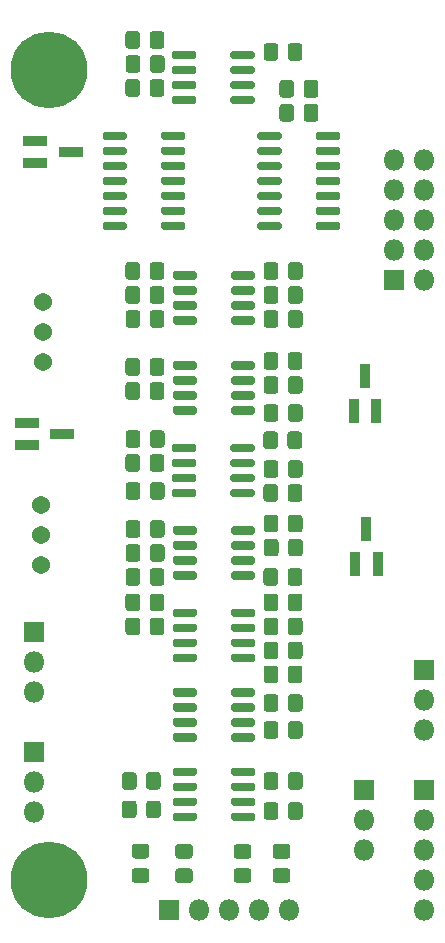
<source format=gbr>
G04 #@! TF.GenerationSoftware,KiCad,Pcbnew,5.1.6-c6e7f7d~86~ubuntu18.04.1*
G04 #@! TF.CreationDate,2020-06-20T10:02:23-04:00*
G04 #@! TF.ProjectId,sub_osc_board,7375625f-6f73-4635-9f62-6f6172642e6b,rev?*
G04 #@! TF.SameCoordinates,Original*
G04 #@! TF.FileFunction,Soldermask,Top*
G04 #@! TF.FilePolarity,Negative*
%FSLAX46Y46*%
G04 Gerber Fmt 4.6, Leading zero omitted, Abs format (unit mm)*
G04 Created by KiCad (PCBNEW 5.1.6-c6e7f7d~86~ubuntu18.04.1) date 2020-06-20 10:02:23*
%MOMM*%
%LPD*%
G01*
G04 APERTURE LIST*
%ADD10R,2.000000X0.900000*%
%ADD11R,0.900000X2.000000*%
%ADD12O,1.800000X1.800000*%
%ADD13R,1.800000X1.800000*%
%ADD14C,0.900000*%
%ADD15C,6.500000*%
%ADD16C,1.540000*%
G04 APERTURE END LIST*
G36*
G01*
X88999000Y-74451738D02*
X88999000Y-75408262D01*
G75*
G02*
X88727262Y-75680000I-271738J0D01*
G01*
X88020738Y-75680000D01*
G75*
G02*
X87749000Y-75408262I0J271738D01*
G01*
X87749000Y-74451738D01*
G75*
G02*
X88020738Y-74180000I271738J0D01*
G01*
X88727262Y-74180000D01*
G75*
G02*
X88999000Y-74451738I0J-271738D01*
G01*
G37*
G36*
G01*
X91049000Y-74451738D02*
X91049000Y-75408262D01*
G75*
G02*
X90777262Y-75680000I-271738J0D01*
G01*
X90070738Y-75680000D01*
G75*
G02*
X89799000Y-75408262I0J271738D01*
G01*
X89799000Y-74451738D01*
G75*
G02*
X90070738Y-74180000I271738J0D01*
G01*
X90777262Y-74180000D01*
G75*
G02*
X91049000Y-74451738I0J-271738D01*
G01*
G37*
G36*
G01*
X89008000Y-76483738D02*
X89008000Y-77440262D01*
G75*
G02*
X88736262Y-77712000I-271738J0D01*
G01*
X88029738Y-77712000D01*
G75*
G02*
X87758000Y-77440262I0J271738D01*
G01*
X87758000Y-76483738D01*
G75*
G02*
X88029738Y-76212000I271738J0D01*
G01*
X88736262Y-76212000D01*
G75*
G02*
X89008000Y-76483738I0J-271738D01*
G01*
G37*
G36*
G01*
X91058000Y-76483738D02*
X91058000Y-77440262D01*
G75*
G02*
X90786262Y-77712000I-271738J0D01*
G01*
X90079738Y-77712000D01*
G75*
G02*
X89808000Y-77440262I0J271738D01*
G01*
X89808000Y-76483738D01*
G75*
G02*
X90079738Y-76212000I271738J0D01*
G01*
X90786262Y-76212000D01*
G75*
G02*
X91058000Y-76483738I0J-271738D01*
G01*
G37*
D10*
X83137000Y-62854800D03*
X80137000Y-63804800D03*
X80137000Y-61904800D03*
X82384900Y-86702900D03*
X79384900Y-87652900D03*
X79384900Y-85752900D03*
D11*
X108028700Y-81772500D03*
X108978700Y-84772500D03*
X107078700Y-84772500D03*
X108155700Y-94713800D03*
X109105700Y-97713800D03*
X107205700Y-97713800D03*
D12*
X80010000Y-118745000D03*
X80010000Y-116205000D03*
D13*
X80010000Y-113665000D03*
G36*
G01*
X93800000Y-112220000D02*
X93800000Y-112570000D01*
G75*
G02*
X93625000Y-112745000I-175000J0D01*
G01*
X91925000Y-112745000D01*
G75*
G02*
X91750000Y-112570000I0J175000D01*
G01*
X91750000Y-112220000D01*
G75*
G02*
X91925000Y-112045000I175000J0D01*
G01*
X93625000Y-112045000D01*
G75*
G02*
X93800000Y-112220000I0J-175000D01*
G01*
G37*
G36*
G01*
X93800000Y-110950000D02*
X93800000Y-111300000D01*
G75*
G02*
X93625000Y-111475000I-175000J0D01*
G01*
X91925000Y-111475000D01*
G75*
G02*
X91750000Y-111300000I0J175000D01*
G01*
X91750000Y-110950000D01*
G75*
G02*
X91925000Y-110775000I175000J0D01*
G01*
X93625000Y-110775000D01*
G75*
G02*
X93800000Y-110950000I0J-175000D01*
G01*
G37*
G36*
G01*
X93800000Y-109680000D02*
X93800000Y-110030000D01*
G75*
G02*
X93625000Y-110205000I-175000J0D01*
G01*
X91925000Y-110205000D01*
G75*
G02*
X91750000Y-110030000I0J175000D01*
G01*
X91750000Y-109680000D01*
G75*
G02*
X91925000Y-109505000I175000J0D01*
G01*
X93625000Y-109505000D01*
G75*
G02*
X93800000Y-109680000I0J-175000D01*
G01*
G37*
G36*
G01*
X93800000Y-108410000D02*
X93800000Y-108760000D01*
G75*
G02*
X93625000Y-108935000I-175000J0D01*
G01*
X91925000Y-108935000D01*
G75*
G02*
X91750000Y-108760000I0J175000D01*
G01*
X91750000Y-108410000D01*
G75*
G02*
X91925000Y-108235000I175000J0D01*
G01*
X93625000Y-108235000D01*
G75*
G02*
X93800000Y-108410000I0J-175000D01*
G01*
G37*
G36*
G01*
X98750000Y-108410000D02*
X98750000Y-108760000D01*
G75*
G02*
X98575000Y-108935000I-175000J0D01*
G01*
X96875000Y-108935000D01*
G75*
G02*
X96700000Y-108760000I0J175000D01*
G01*
X96700000Y-108410000D01*
G75*
G02*
X96875000Y-108235000I175000J0D01*
G01*
X98575000Y-108235000D01*
G75*
G02*
X98750000Y-108410000I0J-175000D01*
G01*
G37*
G36*
G01*
X98750000Y-109680000D02*
X98750000Y-110030000D01*
G75*
G02*
X98575000Y-110205000I-175000J0D01*
G01*
X96875000Y-110205000D01*
G75*
G02*
X96700000Y-110030000I0J175000D01*
G01*
X96700000Y-109680000D01*
G75*
G02*
X96875000Y-109505000I175000J0D01*
G01*
X98575000Y-109505000D01*
G75*
G02*
X98750000Y-109680000I0J-175000D01*
G01*
G37*
G36*
G01*
X98750000Y-110950000D02*
X98750000Y-111300000D01*
G75*
G02*
X98575000Y-111475000I-175000J0D01*
G01*
X96875000Y-111475000D01*
G75*
G02*
X96700000Y-111300000I0J175000D01*
G01*
X96700000Y-110950000D01*
G75*
G02*
X96875000Y-110775000I175000J0D01*
G01*
X98575000Y-110775000D01*
G75*
G02*
X98750000Y-110950000I0J-175000D01*
G01*
G37*
G36*
G01*
X98750000Y-112220000D02*
X98750000Y-112570000D01*
G75*
G02*
X98575000Y-112745000I-175000J0D01*
G01*
X96875000Y-112745000D01*
G75*
G02*
X96700000Y-112570000I0J175000D01*
G01*
X96700000Y-112220000D01*
G75*
G02*
X96875000Y-112045000I175000J0D01*
G01*
X98575000Y-112045000D01*
G75*
G02*
X98750000Y-112220000I0J-175000D01*
G01*
G37*
G36*
G01*
X93800000Y-118951000D02*
X93800000Y-119301000D01*
G75*
G02*
X93625000Y-119476000I-175000J0D01*
G01*
X91925000Y-119476000D01*
G75*
G02*
X91750000Y-119301000I0J175000D01*
G01*
X91750000Y-118951000D01*
G75*
G02*
X91925000Y-118776000I175000J0D01*
G01*
X93625000Y-118776000D01*
G75*
G02*
X93800000Y-118951000I0J-175000D01*
G01*
G37*
G36*
G01*
X93800000Y-117681000D02*
X93800000Y-118031000D01*
G75*
G02*
X93625000Y-118206000I-175000J0D01*
G01*
X91925000Y-118206000D01*
G75*
G02*
X91750000Y-118031000I0J175000D01*
G01*
X91750000Y-117681000D01*
G75*
G02*
X91925000Y-117506000I175000J0D01*
G01*
X93625000Y-117506000D01*
G75*
G02*
X93800000Y-117681000I0J-175000D01*
G01*
G37*
G36*
G01*
X93800000Y-116411000D02*
X93800000Y-116761000D01*
G75*
G02*
X93625000Y-116936000I-175000J0D01*
G01*
X91925000Y-116936000D01*
G75*
G02*
X91750000Y-116761000I0J175000D01*
G01*
X91750000Y-116411000D01*
G75*
G02*
X91925000Y-116236000I175000J0D01*
G01*
X93625000Y-116236000D01*
G75*
G02*
X93800000Y-116411000I0J-175000D01*
G01*
G37*
G36*
G01*
X93800000Y-115141000D02*
X93800000Y-115491000D01*
G75*
G02*
X93625000Y-115666000I-175000J0D01*
G01*
X91925000Y-115666000D01*
G75*
G02*
X91750000Y-115491000I0J175000D01*
G01*
X91750000Y-115141000D01*
G75*
G02*
X91925000Y-114966000I175000J0D01*
G01*
X93625000Y-114966000D01*
G75*
G02*
X93800000Y-115141000I0J-175000D01*
G01*
G37*
G36*
G01*
X98750000Y-115141000D02*
X98750000Y-115491000D01*
G75*
G02*
X98575000Y-115666000I-175000J0D01*
G01*
X96875000Y-115666000D01*
G75*
G02*
X96700000Y-115491000I0J175000D01*
G01*
X96700000Y-115141000D01*
G75*
G02*
X96875000Y-114966000I175000J0D01*
G01*
X98575000Y-114966000D01*
G75*
G02*
X98750000Y-115141000I0J-175000D01*
G01*
G37*
G36*
G01*
X98750000Y-116411000D02*
X98750000Y-116761000D01*
G75*
G02*
X98575000Y-116936000I-175000J0D01*
G01*
X96875000Y-116936000D01*
G75*
G02*
X96700000Y-116761000I0J175000D01*
G01*
X96700000Y-116411000D01*
G75*
G02*
X96875000Y-116236000I175000J0D01*
G01*
X98575000Y-116236000D01*
G75*
G02*
X98750000Y-116411000I0J-175000D01*
G01*
G37*
G36*
G01*
X98750000Y-117681000D02*
X98750000Y-118031000D01*
G75*
G02*
X98575000Y-118206000I-175000J0D01*
G01*
X96875000Y-118206000D01*
G75*
G02*
X96700000Y-118031000I0J175000D01*
G01*
X96700000Y-117681000D01*
G75*
G02*
X96875000Y-117506000I175000J0D01*
G01*
X98575000Y-117506000D01*
G75*
G02*
X98750000Y-117681000I0J-175000D01*
G01*
G37*
G36*
G01*
X98750000Y-118951000D02*
X98750000Y-119301000D01*
G75*
G02*
X98575000Y-119476000I-175000J0D01*
G01*
X96875000Y-119476000D01*
G75*
G02*
X96700000Y-119301000I0J175000D01*
G01*
X96700000Y-118951000D01*
G75*
G02*
X96875000Y-118776000I175000J0D01*
G01*
X98575000Y-118776000D01*
G75*
G02*
X98750000Y-118951000I0J-175000D01*
G01*
G37*
G36*
G01*
X98141262Y-122672000D02*
X97184738Y-122672000D01*
G75*
G02*
X96913000Y-122400262I0J271738D01*
G01*
X96913000Y-121693738D01*
G75*
G02*
X97184738Y-121422000I271738J0D01*
G01*
X98141262Y-121422000D01*
G75*
G02*
X98413000Y-121693738I0J-271738D01*
G01*
X98413000Y-122400262D01*
G75*
G02*
X98141262Y-122672000I-271738J0D01*
G01*
G37*
G36*
G01*
X98141262Y-124722000D02*
X97184738Y-124722000D01*
G75*
G02*
X96913000Y-124450262I0J271738D01*
G01*
X96913000Y-123743738D01*
G75*
G02*
X97184738Y-123472000I271738J0D01*
G01*
X98141262Y-123472000D01*
G75*
G02*
X98413000Y-123743738I0J-271738D01*
G01*
X98413000Y-124450262D01*
G75*
G02*
X98141262Y-124722000I-271738J0D01*
G01*
G37*
G36*
G01*
X93188262Y-122672000D02*
X92231738Y-122672000D01*
G75*
G02*
X91960000Y-122400262I0J271738D01*
G01*
X91960000Y-121693738D01*
G75*
G02*
X92231738Y-121422000I271738J0D01*
G01*
X93188262Y-121422000D01*
G75*
G02*
X93460000Y-121693738I0J-271738D01*
G01*
X93460000Y-122400262D01*
G75*
G02*
X93188262Y-122672000I-271738J0D01*
G01*
G37*
G36*
G01*
X93188262Y-124722000D02*
X92231738Y-124722000D01*
G75*
G02*
X91960000Y-124450262I0J271738D01*
G01*
X91960000Y-123743738D01*
G75*
G02*
X92231738Y-123472000I271738J0D01*
G01*
X93188262Y-123472000D01*
G75*
G02*
X93460000Y-123743738I0J-271738D01*
G01*
X93460000Y-124450262D01*
G75*
G02*
X93188262Y-124722000I-271738J0D01*
G01*
G37*
G36*
G01*
X89505262Y-122654000D02*
X88548738Y-122654000D01*
G75*
G02*
X88277000Y-122382262I0J271738D01*
G01*
X88277000Y-121675738D01*
G75*
G02*
X88548738Y-121404000I271738J0D01*
G01*
X89505262Y-121404000D01*
G75*
G02*
X89777000Y-121675738I0J-271738D01*
G01*
X89777000Y-122382262D01*
G75*
G02*
X89505262Y-122654000I-271738J0D01*
G01*
G37*
G36*
G01*
X89505262Y-124704000D02*
X88548738Y-124704000D01*
G75*
G02*
X88277000Y-124432262I0J271738D01*
G01*
X88277000Y-123725738D01*
G75*
G02*
X88548738Y-123454000I271738J0D01*
G01*
X89505262Y-123454000D01*
G75*
G02*
X89777000Y-123725738I0J-271738D01*
G01*
X89777000Y-124432262D01*
G75*
G02*
X89505262Y-124704000I-271738J0D01*
G01*
G37*
G36*
G01*
X101501000Y-109952262D02*
X101501000Y-108995738D01*
G75*
G02*
X101772738Y-108724000I271738J0D01*
G01*
X102479262Y-108724000D01*
G75*
G02*
X102751000Y-108995738I0J-271738D01*
G01*
X102751000Y-109952262D01*
G75*
G02*
X102479262Y-110224000I-271738J0D01*
G01*
X101772738Y-110224000D01*
G75*
G02*
X101501000Y-109952262I0J271738D01*
G01*
G37*
G36*
G01*
X99451000Y-109952262D02*
X99451000Y-108995738D01*
G75*
G02*
X99722738Y-108724000I271738J0D01*
G01*
X100429262Y-108724000D01*
G75*
G02*
X100701000Y-108995738I0J-271738D01*
G01*
X100701000Y-109952262D01*
G75*
G02*
X100429262Y-110224000I-271738J0D01*
G01*
X99722738Y-110224000D01*
G75*
G02*
X99451000Y-109952262I0J271738D01*
G01*
G37*
G36*
G01*
X88694200Y-115599738D02*
X88694200Y-116556262D01*
G75*
G02*
X88422462Y-116828000I-271738J0D01*
G01*
X87715938Y-116828000D01*
G75*
G02*
X87444200Y-116556262I0J271738D01*
G01*
X87444200Y-115599738D01*
G75*
G02*
X87715938Y-115328000I271738J0D01*
G01*
X88422462Y-115328000D01*
G75*
G02*
X88694200Y-115599738I0J-271738D01*
G01*
G37*
G36*
G01*
X90744200Y-115599738D02*
X90744200Y-116556262D01*
G75*
G02*
X90472462Y-116828000I-271738J0D01*
G01*
X89765938Y-116828000D01*
G75*
G02*
X89494200Y-116556262I0J271738D01*
G01*
X89494200Y-115599738D01*
G75*
G02*
X89765938Y-115328000I271738J0D01*
G01*
X90472462Y-115328000D01*
G75*
G02*
X90744200Y-115599738I0J-271738D01*
G01*
G37*
G36*
G01*
X101501000Y-116556262D02*
X101501000Y-115599738D01*
G75*
G02*
X101772738Y-115328000I271738J0D01*
G01*
X102479262Y-115328000D01*
G75*
G02*
X102751000Y-115599738I0J-271738D01*
G01*
X102751000Y-116556262D01*
G75*
G02*
X102479262Y-116828000I-271738J0D01*
G01*
X101772738Y-116828000D01*
G75*
G02*
X101501000Y-116556262I0J271738D01*
G01*
G37*
G36*
G01*
X99451000Y-116556262D02*
X99451000Y-115599738D01*
G75*
G02*
X99722738Y-115328000I271738J0D01*
G01*
X100429262Y-115328000D01*
G75*
G02*
X100701000Y-115599738I0J-271738D01*
G01*
X100701000Y-116556262D01*
G75*
G02*
X100429262Y-116828000I-271738J0D01*
G01*
X99722738Y-116828000D01*
G75*
G02*
X99451000Y-116556262I0J271738D01*
G01*
G37*
G36*
G01*
X101501000Y-112238262D02*
X101501000Y-111281738D01*
G75*
G02*
X101772738Y-111010000I271738J0D01*
G01*
X102479262Y-111010000D01*
G75*
G02*
X102751000Y-111281738I0J-271738D01*
G01*
X102751000Y-112238262D01*
G75*
G02*
X102479262Y-112510000I-271738J0D01*
G01*
X101772738Y-112510000D01*
G75*
G02*
X101501000Y-112238262I0J271738D01*
G01*
G37*
G36*
G01*
X99451000Y-112238262D02*
X99451000Y-111281738D01*
G75*
G02*
X99722738Y-111010000I271738J0D01*
G01*
X100429262Y-111010000D01*
G75*
G02*
X100701000Y-111281738I0J-271738D01*
G01*
X100701000Y-112238262D01*
G75*
G02*
X100429262Y-112510000I-271738J0D01*
G01*
X99722738Y-112510000D01*
G75*
G02*
X99451000Y-112238262I0J271738D01*
G01*
G37*
G36*
G01*
X101443262Y-122663000D02*
X100486738Y-122663000D01*
G75*
G02*
X100215000Y-122391262I0J271738D01*
G01*
X100215000Y-121684738D01*
G75*
G02*
X100486738Y-121413000I271738J0D01*
G01*
X101443262Y-121413000D01*
G75*
G02*
X101715000Y-121684738I0J-271738D01*
G01*
X101715000Y-122391262D01*
G75*
G02*
X101443262Y-122663000I-271738J0D01*
G01*
G37*
G36*
G01*
X101443262Y-124713000D02*
X100486738Y-124713000D01*
G75*
G02*
X100215000Y-124441262I0J271738D01*
G01*
X100215000Y-123734738D01*
G75*
G02*
X100486738Y-123463000I271738J0D01*
G01*
X101443262Y-123463000D01*
G75*
G02*
X101715000Y-123734738I0J-271738D01*
G01*
X101715000Y-124441262D01*
G75*
G02*
X101443262Y-124713000I-271738J0D01*
G01*
G37*
G36*
G01*
X88694200Y-118012738D02*
X88694200Y-118969262D01*
G75*
G02*
X88422462Y-119241000I-271738J0D01*
G01*
X87715938Y-119241000D01*
G75*
G02*
X87444200Y-118969262I0J271738D01*
G01*
X87444200Y-118012738D01*
G75*
G02*
X87715938Y-117741000I271738J0D01*
G01*
X88422462Y-117741000D01*
G75*
G02*
X88694200Y-118012738I0J-271738D01*
G01*
G37*
G36*
G01*
X90744200Y-118012738D02*
X90744200Y-118969262D01*
G75*
G02*
X90472462Y-119241000I-271738J0D01*
G01*
X89765938Y-119241000D01*
G75*
G02*
X89494200Y-118969262I0J271738D01*
G01*
X89494200Y-118012738D01*
G75*
G02*
X89765938Y-117741000I271738J0D01*
G01*
X90472462Y-117741000D01*
G75*
G02*
X90744200Y-118012738I0J-271738D01*
G01*
G37*
G36*
G01*
X100701000Y-118139738D02*
X100701000Y-119096262D01*
G75*
G02*
X100429262Y-119368000I-271738J0D01*
G01*
X99722738Y-119368000D01*
G75*
G02*
X99451000Y-119096262I0J271738D01*
G01*
X99451000Y-118139738D01*
G75*
G02*
X99722738Y-117868000I271738J0D01*
G01*
X100429262Y-117868000D01*
G75*
G02*
X100701000Y-118139738I0J-271738D01*
G01*
G37*
G36*
G01*
X102751000Y-118139738D02*
X102751000Y-119096262D01*
G75*
G02*
X102479262Y-119368000I-271738J0D01*
G01*
X101772738Y-119368000D01*
G75*
G02*
X101501000Y-119096262I0J271738D01*
G01*
X101501000Y-118139738D01*
G75*
G02*
X101772738Y-117868000I271738J0D01*
G01*
X102479262Y-117868000D01*
G75*
G02*
X102751000Y-118139738I0J-271738D01*
G01*
G37*
D12*
X113030000Y-63500000D03*
X110490000Y-63500000D03*
X113030000Y-66040000D03*
X110490000Y-66040000D03*
X113030000Y-68580000D03*
X110490000Y-68580000D03*
X113030000Y-71120000D03*
X110490000Y-71120000D03*
X113030000Y-73660000D03*
D13*
X110490000Y-73660000D03*
D12*
X80010000Y-108585000D03*
X80010000Y-106045000D03*
D13*
X80010000Y-103505000D03*
D12*
X107950000Y-121920000D03*
X107950000Y-119380000D03*
D13*
X107950000Y-116840000D03*
D12*
X101600000Y-127000000D03*
X99060000Y-127000000D03*
X96520000Y-127000000D03*
X93980000Y-127000000D03*
D13*
X91440000Y-127000000D03*
D14*
X82977056Y-122762944D03*
X81280000Y-122060000D03*
X79582944Y-122762944D03*
X78880000Y-124460000D03*
X79582944Y-126157056D03*
X81280000Y-126860000D03*
X82977056Y-126157056D03*
X83680000Y-124460000D03*
D15*
X81280000Y-124460000D03*
D14*
X82977056Y-54182944D03*
X81280000Y-53480000D03*
X79582944Y-54182944D03*
X78880000Y-55880000D03*
X79582944Y-57577056D03*
X81280000Y-58280000D03*
X82977056Y-57577056D03*
X83680000Y-55880000D03*
D15*
X81280000Y-55880000D03*
D12*
X113030000Y-111760000D03*
X113030000Y-109220000D03*
D13*
X113030000Y-106680000D03*
D12*
X113030000Y-127000000D03*
X113030000Y-124460000D03*
X113030000Y-121920000D03*
X113030000Y-119380000D03*
D13*
X113030000Y-116840000D03*
G36*
G01*
X87870600Y-68913000D02*
X87870600Y-69263000D01*
G75*
G02*
X87695600Y-69438000I-175000J0D01*
G01*
X85995600Y-69438000D01*
G75*
G02*
X85820600Y-69263000I0J175000D01*
G01*
X85820600Y-68913000D01*
G75*
G02*
X85995600Y-68738000I175000J0D01*
G01*
X87695600Y-68738000D01*
G75*
G02*
X87870600Y-68913000I0J-175000D01*
G01*
G37*
G36*
G01*
X87870600Y-67643000D02*
X87870600Y-67993000D01*
G75*
G02*
X87695600Y-68168000I-175000J0D01*
G01*
X85995600Y-68168000D01*
G75*
G02*
X85820600Y-67993000I0J175000D01*
G01*
X85820600Y-67643000D01*
G75*
G02*
X85995600Y-67468000I175000J0D01*
G01*
X87695600Y-67468000D01*
G75*
G02*
X87870600Y-67643000I0J-175000D01*
G01*
G37*
G36*
G01*
X87870600Y-66373000D02*
X87870600Y-66723000D01*
G75*
G02*
X87695600Y-66898000I-175000J0D01*
G01*
X85995600Y-66898000D01*
G75*
G02*
X85820600Y-66723000I0J175000D01*
G01*
X85820600Y-66373000D01*
G75*
G02*
X85995600Y-66198000I175000J0D01*
G01*
X87695600Y-66198000D01*
G75*
G02*
X87870600Y-66373000I0J-175000D01*
G01*
G37*
G36*
G01*
X87870600Y-65103000D02*
X87870600Y-65453000D01*
G75*
G02*
X87695600Y-65628000I-175000J0D01*
G01*
X85995600Y-65628000D01*
G75*
G02*
X85820600Y-65453000I0J175000D01*
G01*
X85820600Y-65103000D01*
G75*
G02*
X85995600Y-64928000I175000J0D01*
G01*
X87695600Y-64928000D01*
G75*
G02*
X87870600Y-65103000I0J-175000D01*
G01*
G37*
G36*
G01*
X87870600Y-63833000D02*
X87870600Y-64183000D01*
G75*
G02*
X87695600Y-64358000I-175000J0D01*
G01*
X85995600Y-64358000D01*
G75*
G02*
X85820600Y-64183000I0J175000D01*
G01*
X85820600Y-63833000D01*
G75*
G02*
X85995600Y-63658000I175000J0D01*
G01*
X87695600Y-63658000D01*
G75*
G02*
X87870600Y-63833000I0J-175000D01*
G01*
G37*
G36*
G01*
X87870600Y-62563000D02*
X87870600Y-62913000D01*
G75*
G02*
X87695600Y-63088000I-175000J0D01*
G01*
X85995600Y-63088000D01*
G75*
G02*
X85820600Y-62913000I0J175000D01*
G01*
X85820600Y-62563000D01*
G75*
G02*
X85995600Y-62388000I175000J0D01*
G01*
X87695600Y-62388000D01*
G75*
G02*
X87870600Y-62563000I0J-175000D01*
G01*
G37*
G36*
G01*
X87870600Y-61293000D02*
X87870600Y-61643000D01*
G75*
G02*
X87695600Y-61818000I-175000J0D01*
G01*
X85995600Y-61818000D01*
G75*
G02*
X85820600Y-61643000I0J175000D01*
G01*
X85820600Y-61293000D01*
G75*
G02*
X85995600Y-61118000I175000J0D01*
G01*
X87695600Y-61118000D01*
G75*
G02*
X87870600Y-61293000I0J-175000D01*
G01*
G37*
G36*
G01*
X92820600Y-61293000D02*
X92820600Y-61643000D01*
G75*
G02*
X92645600Y-61818000I-175000J0D01*
G01*
X90945600Y-61818000D01*
G75*
G02*
X90770600Y-61643000I0J175000D01*
G01*
X90770600Y-61293000D01*
G75*
G02*
X90945600Y-61118000I175000J0D01*
G01*
X92645600Y-61118000D01*
G75*
G02*
X92820600Y-61293000I0J-175000D01*
G01*
G37*
G36*
G01*
X92820600Y-62563000D02*
X92820600Y-62913000D01*
G75*
G02*
X92645600Y-63088000I-175000J0D01*
G01*
X90945600Y-63088000D01*
G75*
G02*
X90770600Y-62913000I0J175000D01*
G01*
X90770600Y-62563000D01*
G75*
G02*
X90945600Y-62388000I175000J0D01*
G01*
X92645600Y-62388000D01*
G75*
G02*
X92820600Y-62563000I0J-175000D01*
G01*
G37*
G36*
G01*
X92820600Y-63833000D02*
X92820600Y-64183000D01*
G75*
G02*
X92645600Y-64358000I-175000J0D01*
G01*
X90945600Y-64358000D01*
G75*
G02*
X90770600Y-64183000I0J175000D01*
G01*
X90770600Y-63833000D01*
G75*
G02*
X90945600Y-63658000I175000J0D01*
G01*
X92645600Y-63658000D01*
G75*
G02*
X92820600Y-63833000I0J-175000D01*
G01*
G37*
G36*
G01*
X92820600Y-65103000D02*
X92820600Y-65453000D01*
G75*
G02*
X92645600Y-65628000I-175000J0D01*
G01*
X90945600Y-65628000D01*
G75*
G02*
X90770600Y-65453000I0J175000D01*
G01*
X90770600Y-65103000D01*
G75*
G02*
X90945600Y-64928000I175000J0D01*
G01*
X92645600Y-64928000D01*
G75*
G02*
X92820600Y-65103000I0J-175000D01*
G01*
G37*
G36*
G01*
X92820600Y-66373000D02*
X92820600Y-66723000D01*
G75*
G02*
X92645600Y-66898000I-175000J0D01*
G01*
X90945600Y-66898000D01*
G75*
G02*
X90770600Y-66723000I0J175000D01*
G01*
X90770600Y-66373000D01*
G75*
G02*
X90945600Y-66198000I175000J0D01*
G01*
X92645600Y-66198000D01*
G75*
G02*
X92820600Y-66373000I0J-175000D01*
G01*
G37*
G36*
G01*
X92820600Y-67643000D02*
X92820600Y-67993000D01*
G75*
G02*
X92645600Y-68168000I-175000J0D01*
G01*
X90945600Y-68168000D01*
G75*
G02*
X90770600Y-67993000I0J175000D01*
G01*
X90770600Y-67643000D01*
G75*
G02*
X90945600Y-67468000I175000J0D01*
G01*
X92645600Y-67468000D01*
G75*
G02*
X92820600Y-67643000I0J-175000D01*
G01*
G37*
G36*
G01*
X92820600Y-68913000D02*
X92820600Y-69263000D01*
G75*
G02*
X92645600Y-69438000I-175000J0D01*
G01*
X90945600Y-69438000D01*
G75*
G02*
X90770600Y-69263000I0J175000D01*
G01*
X90770600Y-68913000D01*
G75*
G02*
X90945600Y-68738000I175000J0D01*
G01*
X92645600Y-68738000D01*
G75*
G02*
X92820600Y-68913000I0J-175000D01*
G01*
G37*
G36*
G01*
X100977000Y-68913000D02*
X100977000Y-69263000D01*
G75*
G02*
X100802000Y-69438000I-175000J0D01*
G01*
X99102000Y-69438000D01*
G75*
G02*
X98927000Y-69263000I0J175000D01*
G01*
X98927000Y-68913000D01*
G75*
G02*
X99102000Y-68738000I175000J0D01*
G01*
X100802000Y-68738000D01*
G75*
G02*
X100977000Y-68913000I0J-175000D01*
G01*
G37*
G36*
G01*
X100977000Y-67643000D02*
X100977000Y-67993000D01*
G75*
G02*
X100802000Y-68168000I-175000J0D01*
G01*
X99102000Y-68168000D01*
G75*
G02*
X98927000Y-67993000I0J175000D01*
G01*
X98927000Y-67643000D01*
G75*
G02*
X99102000Y-67468000I175000J0D01*
G01*
X100802000Y-67468000D01*
G75*
G02*
X100977000Y-67643000I0J-175000D01*
G01*
G37*
G36*
G01*
X100977000Y-66373000D02*
X100977000Y-66723000D01*
G75*
G02*
X100802000Y-66898000I-175000J0D01*
G01*
X99102000Y-66898000D01*
G75*
G02*
X98927000Y-66723000I0J175000D01*
G01*
X98927000Y-66373000D01*
G75*
G02*
X99102000Y-66198000I175000J0D01*
G01*
X100802000Y-66198000D01*
G75*
G02*
X100977000Y-66373000I0J-175000D01*
G01*
G37*
G36*
G01*
X100977000Y-65103000D02*
X100977000Y-65453000D01*
G75*
G02*
X100802000Y-65628000I-175000J0D01*
G01*
X99102000Y-65628000D01*
G75*
G02*
X98927000Y-65453000I0J175000D01*
G01*
X98927000Y-65103000D01*
G75*
G02*
X99102000Y-64928000I175000J0D01*
G01*
X100802000Y-64928000D01*
G75*
G02*
X100977000Y-65103000I0J-175000D01*
G01*
G37*
G36*
G01*
X100977000Y-63833000D02*
X100977000Y-64183000D01*
G75*
G02*
X100802000Y-64358000I-175000J0D01*
G01*
X99102000Y-64358000D01*
G75*
G02*
X98927000Y-64183000I0J175000D01*
G01*
X98927000Y-63833000D01*
G75*
G02*
X99102000Y-63658000I175000J0D01*
G01*
X100802000Y-63658000D01*
G75*
G02*
X100977000Y-63833000I0J-175000D01*
G01*
G37*
G36*
G01*
X100977000Y-62563000D02*
X100977000Y-62913000D01*
G75*
G02*
X100802000Y-63088000I-175000J0D01*
G01*
X99102000Y-63088000D01*
G75*
G02*
X98927000Y-62913000I0J175000D01*
G01*
X98927000Y-62563000D01*
G75*
G02*
X99102000Y-62388000I175000J0D01*
G01*
X100802000Y-62388000D01*
G75*
G02*
X100977000Y-62563000I0J-175000D01*
G01*
G37*
G36*
G01*
X100977000Y-61293000D02*
X100977000Y-61643000D01*
G75*
G02*
X100802000Y-61818000I-175000J0D01*
G01*
X99102000Y-61818000D01*
G75*
G02*
X98927000Y-61643000I0J175000D01*
G01*
X98927000Y-61293000D01*
G75*
G02*
X99102000Y-61118000I175000J0D01*
G01*
X100802000Y-61118000D01*
G75*
G02*
X100977000Y-61293000I0J-175000D01*
G01*
G37*
G36*
G01*
X105927000Y-61293000D02*
X105927000Y-61643000D01*
G75*
G02*
X105752000Y-61818000I-175000J0D01*
G01*
X104052000Y-61818000D01*
G75*
G02*
X103877000Y-61643000I0J175000D01*
G01*
X103877000Y-61293000D01*
G75*
G02*
X104052000Y-61118000I175000J0D01*
G01*
X105752000Y-61118000D01*
G75*
G02*
X105927000Y-61293000I0J-175000D01*
G01*
G37*
G36*
G01*
X105927000Y-62563000D02*
X105927000Y-62913000D01*
G75*
G02*
X105752000Y-63088000I-175000J0D01*
G01*
X104052000Y-63088000D01*
G75*
G02*
X103877000Y-62913000I0J175000D01*
G01*
X103877000Y-62563000D01*
G75*
G02*
X104052000Y-62388000I175000J0D01*
G01*
X105752000Y-62388000D01*
G75*
G02*
X105927000Y-62563000I0J-175000D01*
G01*
G37*
G36*
G01*
X105927000Y-63833000D02*
X105927000Y-64183000D01*
G75*
G02*
X105752000Y-64358000I-175000J0D01*
G01*
X104052000Y-64358000D01*
G75*
G02*
X103877000Y-64183000I0J175000D01*
G01*
X103877000Y-63833000D01*
G75*
G02*
X104052000Y-63658000I175000J0D01*
G01*
X105752000Y-63658000D01*
G75*
G02*
X105927000Y-63833000I0J-175000D01*
G01*
G37*
G36*
G01*
X105927000Y-65103000D02*
X105927000Y-65453000D01*
G75*
G02*
X105752000Y-65628000I-175000J0D01*
G01*
X104052000Y-65628000D01*
G75*
G02*
X103877000Y-65453000I0J175000D01*
G01*
X103877000Y-65103000D01*
G75*
G02*
X104052000Y-64928000I175000J0D01*
G01*
X105752000Y-64928000D01*
G75*
G02*
X105927000Y-65103000I0J-175000D01*
G01*
G37*
G36*
G01*
X105927000Y-66373000D02*
X105927000Y-66723000D01*
G75*
G02*
X105752000Y-66898000I-175000J0D01*
G01*
X104052000Y-66898000D01*
G75*
G02*
X103877000Y-66723000I0J175000D01*
G01*
X103877000Y-66373000D01*
G75*
G02*
X104052000Y-66198000I175000J0D01*
G01*
X105752000Y-66198000D01*
G75*
G02*
X105927000Y-66373000I0J-175000D01*
G01*
G37*
G36*
G01*
X105927000Y-67643000D02*
X105927000Y-67993000D01*
G75*
G02*
X105752000Y-68168000I-175000J0D01*
G01*
X104052000Y-68168000D01*
G75*
G02*
X103877000Y-67993000I0J175000D01*
G01*
X103877000Y-67643000D01*
G75*
G02*
X104052000Y-67468000I175000J0D01*
G01*
X105752000Y-67468000D01*
G75*
G02*
X105927000Y-67643000I0J-175000D01*
G01*
G37*
G36*
G01*
X105927000Y-68913000D02*
X105927000Y-69263000D01*
G75*
G02*
X105752000Y-69438000I-175000J0D01*
G01*
X104052000Y-69438000D01*
G75*
G02*
X103877000Y-69263000I0J175000D01*
G01*
X103877000Y-68913000D01*
G75*
G02*
X104052000Y-68738000I175000J0D01*
G01*
X105752000Y-68738000D01*
G75*
G02*
X105927000Y-68913000I0J-175000D01*
G01*
G37*
G36*
G01*
X93800000Y-105489000D02*
X93800000Y-105839000D01*
G75*
G02*
X93625000Y-106014000I-175000J0D01*
G01*
X91925000Y-106014000D01*
G75*
G02*
X91750000Y-105839000I0J175000D01*
G01*
X91750000Y-105489000D01*
G75*
G02*
X91925000Y-105314000I175000J0D01*
G01*
X93625000Y-105314000D01*
G75*
G02*
X93800000Y-105489000I0J-175000D01*
G01*
G37*
G36*
G01*
X93800000Y-104219000D02*
X93800000Y-104569000D01*
G75*
G02*
X93625000Y-104744000I-175000J0D01*
G01*
X91925000Y-104744000D01*
G75*
G02*
X91750000Y-104569000I0J175000D01*
G01*
X91750000Y-104219000D01*
G75*
G02*
X91925000Y-104044000I175000J0D01*
G01*
X93625000Y-104044000D01*
G75*
G02*
X93800000Y-104219000I0J-175000D01*
G01*
G37*
G36*
G01*
X93800000Y-102949000D02*
X93800000Y-103299000D01*
G75*
G02*
X93625000Y-103474000I-175000J0D01*
G01*
X91925000Y-103474000D01*
G75*
G02*
X91750000Y-103299000I0J175000D01*
G01*
X91750000Y-102949000D01*
G75*
G02*
X91925000Y-102774000I175000J0D01*
G01*
X93625000Y-102774000D01*
G75*
G02*
X93800000Y-102949000I0J-175000D01*
G01*
G37*
G36*
G01*
X93800000Y-101679000D02*
X93800000Y-102029000D01*
G75*
G02*
X93625000Y-102204000I-175000J0D01*
G01*
X91925000Y-102204000D01*
G75*
G02*
X91750000Y-102029000I0J175000D01*
G01*
X91750000Y-101679000D01*
G75*
G02*
X91925000Y-101504000I175000J0D01*
G01*
X93625000Y-101504000D01*
G75*
G02*
X93800000Y-101679000I0J-175000D01*
G01*
G37*
G36*
G01*
X98750000Y-101679000D02*
X98750000Y-102029000D01*
G75*
G02*
X98575000Y-102204000I-175000J0D01*
G01*
X96875000Y-102204000D01*
G75*
G02*
X96700000Y-102029000I0J175000D01*
G01*
X96700000Y-101679000D01*
G75*
G02*
X96875000Y-101504000I175000J0D01*
G01*
X98575000Y-101504000D01*
G75*
G02*
X98750000Y-101679000I0J-175000D01*
G01*
G37*
G36*
G01*
X98750000Y-102949000D02*
X98750000Y-103299000D01*
G75*
G02*
X98575000Y-103474000I-175000J0D01*
G01*
X96875000Y-103474000D01*
G75*
G02*
X96700000Y-103299000I0J175000D01*
G01*
X96700000Y-102949000D01*
G75*
G02*
X96875000Y-102774000I175000J0D01*
G01*
X98575000Y-102774000D01*
G75*
G02*
X98750000Y-102949000I0J-175000D01*
G01*
G37*
G36*
G01*
X98750000Y-104219000D02*
X98750000Y-104569000D01*
G75*
G02*
X98575000Y-104744000I-175000J0D01*
G01*
X96875000Y-104744000D01*
G75*
G02*
X96700000Y-104569000I0J175000D01*
G01*
X96700000Y-104219000D01*
G75*
G02*
X96875000Y-104044000I175000J0D01*
G01*
X98575000Y-104044000D01*
G75*
G02*
X98750000Y-104219000I0J-175000D01*
G01*
G37*
G36*
G01*
X98750000Y-105489000D02*
X98750000Y-105839000D01*
G75*
G02*
X98575000Y-106014000I-175000J0D01*
G01*
X96875000Y-106014000D01*
G75*
G02*
X96700000Y-105839000I0J175000D01*
G01*
X96700000Y-105489000D01*
G75*
G02*
X96875000Y-105314000I175000J0D01*
G01*
X98575000Y-105314000D01*
G75*
G02*
X98750000Y-105489000I0J-175000D01*
G01*
G37*
G36*
G01*
X93800000Y-98504000D02*
X93800000Y-98854000D01*
G75*
G02*
X93625000Y-99029000I-175000J0D01*
G01*
X91925000Y-99029000D01*
G75*
G02*
X91750000Y-98854000I0J175000D01*
G01*
X91750000Y-98504000D01*
G75*
G02*
X91925000Y-98329000I175000J0D01*
G01*
X93625000Y-98329000D01*
G75*
G02*
X93800000Y-98504000I0J-175000D01*
G01*
G37*
G36*
G01*
X93800000Y-97234000D02*
X93800000Y-97584000D01*
G75*
G02*
X93625000Y-97759000I-175000J0D01*
G01*
X91925000Y-97759000D01*
G75*
G02*
X91750000Y-97584000I0J175000D01*
G01*
X91750000Y-97234000D01*
G75*
G02*
X91925000Y-97059000I175000J0D01*
G01*
X93625000Y-97059000D01*
G75*
G02*
X93800000Y-97234000I0J-175000D01*
G01*
G37*
G36*
G01*
X93800000Y-95964000D02*
X93800000Y-96314000D01*
G75*
G02*
X93625000Y-96489000I-175000J0D01*
G01*
X91925000Y-96489000D01*
G75*
G02*
X91750000Y-96314000I0J175000D01*
G01*
X91750000Y-95964000D01*
G75*
G02*
X91925000Y-95789000I175000J0D01*
G01*
X93625000Y-95789000D01*
G75*
G02*
X93800000Y-95964000I0J-175000D01*
G01*
G37*
G36*
G01*
X93800000Y-94694000D02*
X93800000Y-95044000D01*
G75*
G02*
X93625000Y-95219000I-175000J0D01*
G01*
X91925000Y-95219000D01*
G75*
G02*
X91750000Y-95044000I0J175000D01*
G01*
X91750000Y-94694000D01*
G75*
G02*
X91925000Y-94519000I175000J0D01*
G01*
X93625000Y-94519000D01*
G75*
G02*
X93800000Y-94694000I0J-175000D01*
G01*
G37*
G36*
G01*
X98750000Y-94694000D02*
X98750000Y-95044000D01*
G75*
G02*
X98575000Y-95219000I-175000J0D01*
G01*
X96875000Y-95219000D01*
G75*
G02*
X96700000Y-95044000I0J175000D01*
G01*
X96700000Y-94694000D01*
G75*
G02*
X96875000Y-94519000I175000J0D01*
G01*
X98575000Y-94519000D01*
G75*
G02*
X98750000Y-94694000I0J-175000D01*
G01*
G37*
G36*
G01*
X98750000Y-95964000D02*
X98750000Y-96314000D01*
G75*
G02*
X98575000Y-96489000I-175000J0D01*
G01*
X96875000Y-96489000D01*
G75*
G02*
X96700000Y-96314000I0J175000D01*
G01*
X96700000Y-95964000D01*
G75*
G02*
X96875000Y-95789000I175000J0D01*
G01*
X98575000Y-95789000D01*
G75*
G02*
X98750000Y-95964000I0J-175000D01*
G01*
G37*
G36*
G01*
X98750000Y-97234000D02*
X98750000Y-97584000D01*
G75*
G02*
X98575000Y-97759000I-175000J0D01*
G01*
X96875000Y-97759000D01*
G75*
G02*
X96700000Y-97584000I0J175000D01*
G01*
X96700000Y-97234000D01*
G75*
G02*
X96875000Y-97059000I175000J0D01*
G01*
X98575000Y-97059000D01*
G75*
G02*
X98750000Y-97234000I0J-175000D01*
G01*
G37*
G36*
G01*
X98750000Y-98504000D02*
X98750000Y-98854000D01*
G75*
G02*
X98575000Y-99029000I-175000J0D01*
G01*
X96875000Y-99029000D01*
G75*
G02*
X96700000Y-98854000I0J175000D01*
G01*
X96700000Y-98504000D01*
G75*
G02*
X96875000Y-98329000I175000J0D01*
G01*
X98575000Y-98329000D01*
G75*
G02*
X98750000Y-98504000I0J-175000D01*
G01*
G37*
G36*
G01*
X93735000Y-91519000D02*
X93735000Y-91869000D01*
G75*
G02*
X93560000Y-92044000I-175000J0D01*
G01*
X91860000Y-92044000D01*
G75*
G02*
X91685000Y-91869000I0J175000D01*
G01*
X91685000Y-91519000D01*
G75*
G02*
X91860000Y-91344000I175000J0D01*
G01*
X93560000Y-91344000D01*
G75*
G02*
X93735000Y-91519000I0J-175000D01*
G01*
G37*
G36*
G01*
X93735000Y-90249000D02*
X93735000Y-90599000D01*
G75*
G02*
X93560000Y-90774000I-175000J0D01*
G01*
X91860000Y-90774000D01*
G75*
G02*
X91685000Y-90599000I0J175000D01*
G01*
X91685000Y-90249000D01*
G75*
G02*
X91860000Y-90074000I175000J0D01*
G01*
X93560000Y-90074000D01*
G75*
G02*
X93735000Y-90249000I0J-175000D01*
G01*
G37*
G36*
G01*
X93735000Y-88979000D02*
X93735000Y-89329000D01*
G75*
G02*
X93560000Y-89504000I-175000J0D01*
G01*
X91860000Y-89504000D01*
G75*
G02*
X91685000Y-89329000I0J175000D01*
G01*
X91685000Y-88979000D01*
G75*
G02*
X91860000Y-88804000I175000J0D01*
G01*
X93560000Y-88804000D01*
G75*
G02*
X93735000Y-88979000I0J-175000D01*
G01*
G37*
G36*
G01*
X93735000Y-87709000D02*
X93735000Y-88059000D01*
G75*
G02*
X93560000Y-88234000I-175000J0D01*
G01*
X91860000Y-88234000D01*
G75*
G02*
X91685000Y-88059000I0J175000D01*
G01*
X91685000Y-87709000D01*
G75*
G02*
X91860000Y-87534000I175000J0D01*
G01*
X93560000Y-87534000D01*
G75*
G02*
X93735000Y-87709000I0J-175000D01*
G01*
G37*
G36*
G01*
X98685000Y-87709000D02*
X98685000Y-88059000D01*
G75*
G02*
X98510000Y-88234000I-175000J0D01*
G01*
X96810000Y-88234000D01*
G75*
G02*
X96635000Y-88059000I0J175000D01*
G01*
X96635000Y-87709000D01*
G75*
G02*
X96810000Y-87534000I175000J0D01*
G01*
X98510000Y-87534000D01*
G75*
G02*
X98685000Y-87709000I0J-175000D01*
G01*
G37*
G36*
G01*
X98685000Y-88979000D02*
X98685000Y-89329000D01*
G75*
G02*
X98510000Y-89504000I-175000J0D01*
G01*
X96810000Y-89504000D01*
G75*
G02*
X96635000Y-89329000I0J175000D01*
G01*
X96635000Y-88979000D01*
G75*
G02*
X96810000Y-88804000I175000J0D01*
G01*
X98510000Y-88804000D01*
G75*
G02*
X98685000Y-88979000I0J-175000D01*
G01*
G37*
G36*
G01*
X98685000Y-90249000D02*
X98685000Y-90599000D01*
G75*
G02*
X98510000Y-90774000I-175000J0D01*
G01*
X96810000Y-90774000D01*
G75*
G02*
X96635000Y-90599000I0J175000D01*
G01*
X96635000Y-90249000D01*
G75*
G02*
X96810000Y-90074000I175000J0D01*
G01*
X98510000Y-90074000D01*
G75*
G02*
X98685000Y-90249000I0J-175000D01*
G01*
G37*
G36*
G01*
X98685000Y-91519000D02*
X98685000Y-91869000D01*
G75*
G02*
X98510000Y-92044000I-175000J0D01*
G01*
X96810000Y-92044000D01*
G75*
G02*
X96635000Y-91869000I0J175000D01*
G01*
X96635000Y-91519000D01*
G75*
G02*
X96810000Y-91344000I175000J0D01*
G01*
X98510000Y-91344000D01*
G75*
G02*
X98685000Y-91519000I0J-175000D01*
G01*
G37*
G36*
G01*
X93800000Y-76914000D02*
X93800000Y-77264000D01*
G75*
G02*
X93625000Y-77439000I-175000J0D01*
G01*
X91925000Y-77439000D01*
G75*
G02*
X91750000Y-77264000I0J175000D01*
G01*
X91750000Y-76914000D01*
G75*
G02*
X91925000Y-76739000I175000J0D01*
G01*
X93625000Y-76739000D01*
G75*
G02*
X93800000Y-76914000I0J-175000D01*
G01*
G37*
G36*
G01*
X93800000Y-75644000D02*
X93800000Y-75994000D01*
G75*
G02*
X93625000Y-76169000I-175000J0D01*
G01*
X91925000Y-76169000D01*
G75*
G02*
X91750000Y-75994000I0J175000D01*
G01*
X91750000Y-75644000D01*
G75*
G02*
X91925000Y-75469000I175000J0D01*
G01*
X93625000Y-75469000D01*
G75*
G02*
X93800000Y-75644000I0J-175000D01*
G01*
G37*
G36*
G01*
X93800000Y-74374000D02*
X93800000Y-74724000D01*
G75*
G02*
X93625000Y-74899000I-175000J0D01*
G01*
X91925000Y-74899000D01*
G75*
G02*
X91750000Y-74724000I0J175000D01*
G01*
X91750000Y-74374000D01*
G75*
G02*
X91925000Y-74199000I175000J0D01*
G01*
X93625000Y-74199000D01*
G75*
G02*
X93800000Y-74374000I0J-175000D01*
G01*
G37*
G36*
G01*
X93800000Y-73104000D02*
X93800000Y-73454000D01*
G75*
G02*
X93625000Y-73629000I-175000J0D01*
G01*
X91925000Y-73629000D01*
G75*
G02*
X91750000Y-73454000I0J175000D01*
G01*
X91750000Y-73104000D01*
G75*
G02*
X91925000Y-72929000I175000J0D01*
G01*
X93625000Y-72929000D01*
G75*
G02*
X93800000Y-73104000I0J-175000D01*
G01*
G37*
G36*
G01*
X98750000Y-73104000D02*
X98750000Y-73454000D01*
G75*
G02*
X98575000Y-73629000I-175000J0D01*
G01*
X96875000Y-73629000D01*
G75*
G02*
X96700000Y-73454000I0J175000D01*
G01*
X96700000Y-73104000D01*
G75*
G02*
X96875000Y-72929000I175000J0D01*
G01*
X98575000Y-72929000D01*
G75*
G02*
X98750000Y-73104000I0J-175000D01*
G01*
G37*
G36*
G01*
X98750000Y-74374000D02*
X98750000Y-74724000D01*
G75*
G02*
X98575000Y-74899000I-175000J0D01*
G01*
X96875000Y-74899000D01*
G75*
G02*
X96700000Y-74724000I0J175000D01*
G01*
X96700000Y-74374000D01*
G75*
G02*
X96875000Y-74199000I175000J0D01*
G01*
X98575000Y-74199000D01*
G75*
G02*
X98750000Y-74374000I0J-175000D01*
G01*
G37*
G36*
G01*
X98750000Y-75644000D02*
X98750000Y-75994000D01*
G75*
G02*
X98575000Y-76169000I-175000J0D01*
G01*
X96875000Y-76169000D01*
G75*
G02*
X96700000Y-75994000I0J175000D01*
G01*
X96700000Y-75644000D01*
G75*
G02*
X96875000Y-75469000I175000J0D01*
G01*
X98575000Y-75469000D01*
G75*
G02*
X98750000Y-75644000I0J-175000D01*
G01*
G37*
G36*
G01*
X98750000Y-76914000D02*
X98750000Y-77264000D01*
G75*
G02*
X98575000Y-77439000I-175000J0D01*
G01*
X96875000Y-77439000D01*
G75*
G02*
X96700000Y-77264000I0J175000D01*
G01*
X96700000Y-76914000D01*
G75*
G02*
X96875000Y-76739000I175000J0D01*
G01*
X98575000Y-76739000D01*
G75*
G02*
X98750000Y-76914000I0J-175000D01*
G01*
G37*
G36*
G01*
X93800000Y-84534000D02*
X93800000Y-84884000D01*
G75*
G02*
X93625000Y-85059000I-175000J0D01*
G01*
X91925000Y-85059000D01*
G75*
G02*
X91750000Y-84884000I0J175000D01*
G01*
X91750000Y-84534000D01*
G75*
G02*
X91925000Y-84359000I175000J0D01*
G01*
X93625000Y-84359000D01*
G75*
G02*
X93800000Y-84534000I0J-175000D01*
G01*
G37*
G36*
G01*
X93800000Y-83264000D02*
X93800000Y-83614000D01*
G75*
G02*
X93625000Y-83789000I-175000J0D01*
G01*
X91925000Y-83789000D01*
G75*
G02*
X91750000Y-83614000I0J175000D01*
G01*
X91750000Y-83264000D01*
G75*
G02*
X91925000Y-83089000I175000J0D01*
G01*
X93625000Y-83089000D01*
G75*
G02*
X93800000Y-83264000I0J-175000D01*
G01*
G37*
G36*
G01*
X93800000Y-81994000D02*
X93800000Y-82344000D01*
G75*
G02*
X93625000Y-82519000I-175000J0D01*
G01*
X91925000Y-82519000D01*
G75*
G02*
X91750000Y-82344000I0J175000D01*
G01*
X91750000Y-81994000D01*
G75*
G02*
X91925000Y-81819000I175000J0D01*
G01*
X93625000Y-81819000D01*
G75*
G02*
X93800000Y-81994000I0J-175000D01*
G01*
G37*
G36*
G01*
X93800000Y-80724000D02*
X93800000Y-81074000D01*
G75*
G02*
X93625000Y-81249000I-175000J0D01*
G01*
X91925000Y-81249000D01*
G75*
G02*
X91750000Y-81074000I0J175000D01*
G01*
X91750000Y-80724000D01*
G75*
G02*
X91925000Y-80549000I175000J0D01*
G01*
X93625000Y-80549000D01*
G75*
G02*
X93800000Y-80724000I0J-175000D01*
G01*
G37*
G36*
G01*
X98750000Y-80724000D02*
X98750000Y-81074000D01*
G75*
G02*
X98575000Y-81249000I-175000J0D01*
G01*
X96875000Y-81249000D01*
G75*
G02*
X96700000Y-81074000I0J175000D01*
G01*
X96700000Y-80724000D01*
G75*
G02*
X96875000Y-80549000I175000J0D01*
G01*
X98575000Y-80549000D01*
G75*
G02*
X98750000Y-80724000I0J-175000D01*
G01*
G37*
G36*
G01*
X98750000Y-81994000D02*
X98750000Y-82344000D01*
G75*
G02*
X98575000Y-82519000I-175000J0D01*
G01*
X96875000Y-82519000D01*
G75*
G02*
X96700000Y-82344000I0J175000D01*
G01*
X96700000Y-81994000D01*
G75*
G02*
X96875000Y-81819000I175000J0D01*
G01*
X98575000Y-81819000D01*
G75*
G02*
X98750000Y-81994000I0J-175000D01*
G01*
G37*
G36*
G01*
X98750000Y-83264000D02*
X98750000Y-83614000D01*
G75*
G02*
X98575000Y-83789000I-175000J0D01*
G01*
X96875000Y-83789000D01*
G75*
G02*
X96700000Y-83614000I0J175000D01*
G01*
X96700000Y-83264000D01*
G75*
G02*
X96875000Y-83089000I175000J0D01*
G01*
X98575000Y-83089000D01*
G75*
G02*
X98750000Y-83264000I0J-175000D01*
G01*
G37*
G36*
G01*
X98750000Y-84534000D02*
X98750000Y-84884000D01*
G75*
G02*
X98575000Y-85059000I-175000J0D01*
G01*
X96875000Y-85059000D01*
G75*
G02*
X96700000Y-84884000I0J175000D01*
G01*
X96700000Y-84534000D01*
G75*
G02*
X96875000Y-84359000I175000J0D01*
G01*
X98575000Y-84359000D01*
G75*
G02*
X98750000Y-84534000I0J-175000D01*
G01*
G37*
G36*
G01*
X93735000Y-58245000D02*
X93735000Y-58595000D01*
G75*
G02*
X93560000Y-58770000I-175000J0D01*
G01*
X91860000Y-58770000D01*
G75*
G02*
X91685000Y-58595000I0J175000D01*
G01*
X91685000Y-58245000D01*
G75*
G02*
X91860000Y-58070000I175000J0D01*
G01*
X93560000Y-58070000D01*
G75*
G02*
X93735000Y-58245000I0J-175000D01*
G01*
G37*
G36*
G01*
X93735000Y-56975000D02*
X93735000Y-57325000D01*
G75*
G02*
X93560000Y-57500000I-175000J0D01*
G01*
X91860000Y-57500000D01*
G75*
G02*
X91685000Y-57325000I0J175000D01*
G01*
X91685000Y-56975000D01*
G75*
G02*
X91860000Y-56800000I175000J0D01*
G01*
X93560000Y-56800000D01*
G75*
G02*
X93735000Y-56975000I0J-175000D01*
G01*
G37*
G36*
G01*
X93735000Y-55705000D02*
X93735000Y-56055000D01*
G75*
G02*
X93560000Y-56230000I-175000J0D01*
G01*
X91860000Y-56230000D01*
G75*
G02*
X91685000Y-56055000I0J175000D01*
G01*
X91685000Y-55705000D01*
G75*
G02*
X91860000Y-55530000I175000J0D01*
G01*
X93560000Y-55530000D01*
G75*
G02*
X93735000Y-55705000I0J-175000D01*
G01*
G37*
G36*
G01*
X93735000Y-54435000D02*
X93735000Y-54785000D01*
G75*
G02*
X93560000Y-54960000I-175000J0D01*
G01*
X91860000Y-54960000D01*
G75*
G02*
X91685000Y-54785000I0J175000D01*
G01*
X91685000Y-54435000D01*
G75*
G02*
X91860000Y-54260000I175000J0D01*
G01*
X93560000Y-54260000D01*
G75*
G02*
X93735000Y-54435000I0J-175000D01*
G01*
G37*
G36*
G01*
X98685000Y-54435000D02*
X98685000Y-54785000D01*
G75*
G02*
X98510000Y-54960000I-175000J0D01*
G01*
X96810000Y-54960000D01*
G75*
G02*
X96635000Y-54785000I0J175000D01*
G01*
X96635000Y-54435000D01*
G75*
G02*
X96810000Y-54260000I175000J0D01*
G01*
X98510000Y-54260000D01*
G75*
G02*
X98685000Y-54435000I0J-175000D01*
G01*
G37*
G36*
G01*
X98685000Y-55705000D02*
X98685000Y-56055000D01*
G75*
G02*
X98510000Y-56230000I-175000J0D01*
G01*
X96810000Y-56230000D01*
G75*
G02*
X96635000Y-56055000I0J175000D01*
G01*
X96635000Y-55705000D01*
G75*
G02*
X96810000Y-55530000I175000J0D01*
G01*
X98510000Y-55530000D01*
G75*
G02*
X98685000Y-55705000I0J-175000D01*
G01*
G37*
G36*
G01*
X98685000Y-56975000D02*
X98685000Y-57325000D01*
G75*
G02*
X98510000Y-57500000I-175000J0D01*
G01*
X96810000Y-57500000D01*
G75*
G02*
X96635000Y-57325000I0J175000D01*
G01*
X96635000Y-56975000D01*
G75*
G02*
X96810000Y-56800000I175000J0D01*
G01*
X98510000Y-56800000D01*
G75*
G02*
X98685000Y-56975000I0J-175000D01*
G01*
G37*
G36*
G01*
X98685000Y-58245000D02*
X98685000Y-58595000D01*
G75*
G02*
X98510000Y-58770000I-175000J0D01*
G01*
X96810000Y-58770000D01*
G75*
G02*
X96635000Y-58595000I0J175000D01*
G01*
X96635000Y-58245000D01*
G75*
G02*
X96810000Y-58070000I175000J0D01*
G01*
X98510000Y-58070000D01*
G75*
G02*
X98685000Y-58245000I0J-175000D01*
G01*
G37*
D16*
X80645000Y-97790000D03*
X80645000Y-95250000D03*
X80645000Y-92710000D03*
X80772000Y-80645000D03*
X80772000Y-78105000D03*
X80772000Y-75565000D03*
G36*
G01*
X100692000Y-106582738D02*
X100692000Y-107539262D01*
G75*
G02*
X100420262Y-107811000I-271738J0D01*
G01*
X99713738Y-107811000D01*
G75*
G02*
X99442000Y-107539262I0J271738D01*
G01*
X99442000Y-106582738D01*
G75*
G02*
X99713738Y-106311000I271738J0D01*
G01*
X100420262Y-106311000D01*
G75*
G02*
X100692000Y-106582738I0J-271738D01*
G01*
G37*
G36*
G01*
X102742000Y-106582738D02*
X102742000Y-107539262D01*
G75*
G02*
X102470262Y-107811000I-271738J0D01*
G01*
X101763738Y-107811000D01*
G75*
G02*
X101492000Y-107539262I0J271738D01*
G01*
X101492000Y-106582738D01*
G75*
G02*
X101763738Y-106311000I271738J0D01*
G01*
X102470262Y-106311000D01*
G75*
G02*
X102742000Y-106582738I0J-271738D01*
G01*
G37*
G36*
G01*
X101492000Y-101443262D02*
X101492000Y-100486738D01*
G75*
G02*
X101763738Y-100215000I271738J0D01*
G01*
X102470262Y-100215000D01*
G75*
G02*
X102742000Y-100486738I0J-271738D01*
G01*
X102742000Y-101443262D01*
G75*
G02*
X102470262Y-101715000I-271738J0D01*
G01*
X101763738Y-101715000D01*
G75*
G02*
X101492000Y-101443262I0J271738D01*
G01*
G37*
G36*
G01*
X99442000Y-101443262D02*
X99442000Y-100486738D01*
G75*
G02*
X99713738Y-100215000I271738J0D01*
G01*
X100420262Y-100215000D01*
G75*
G02*
X100692000Y-100486738I0J-271738D01*
G01*
X100692000Y-101443262D01*
G75*
G02*
X100420262Y-101715000I-271738J0D01*
G01*
X99713738Y-101715000D01*
G75*
G02*
X99442000Y-101443262I0J271738D01*
G01*
G37*
G36*
G01*
X101501000Y-103475262D02*
X101501000Y-102518738D01*
G75*
G02*
X101772738Y-102247000I271738J0D01*
G01*
X102479262Y-102247000D01*
G75*
G02*
X102751000Y-102518738I0J-271738D01*
G01*
X102751000Y-103475262D01*
G75*
G02*
X102479262Y-103747000I-271738J0D01*
G01*
X101772738Y-103747000D01*
G75*
G02*
X101501000Y-103475262I0J271738D01*
G01*
G37*
G36*
G01*
X99451000Y-103475262D02*
X99451000Y-102518738D01*
G75*
G02*
X99722738Y-102247000I271738J0D01*
G01*
X100429262Y-102247000D01*
G75*
G02*
X100701000Y-102518738I0J-271738D01*
G01*
X100701000Y-103475262D01*
G75*
G02*
X100429262Y-103747000I-271738J0D01*
G01*
X99722738Y-103747000D01*
G75*
G02*
X99451000Y-103475262I0J271738D01*
G01*
G37*
G36*
G01*
X101501000Y-105507262D02*
X101501000Y-104550738D01*
G75*
G02*
X101772738Y-104279000I271738J0D01*
G01*
X102479262Y-104279000D01*
G75*
G02*
X102751000Y-104550738I0J-271738D01*
G01*
X102751000Y-105507262D01*
G75*
G02*
X102479262Y-105779000I-271738J0D01*
G01*
X101772738Y-105779000D01*
G75*
G02*
X101501000Y-105507262I0J271738D01*
G01*
G37*
G36*
G01*
X99451000Y-105507262D02*
X99451000Y-104550738D01*
G75*
G02*
X99722738Y-104279000I271738J0D01*
G01*
X100429262Y-104279000D01*
G75*
G02*
X100701000Y-104550738I0J-271738D01*
G01*
X100701000Y-105507262D01*
G75*
G02*
X100429262Y-105779000I-271738J0D01*
G01*
X99722738Y-105779000D01*
G75*
G02*
X99451000Y-105507262I0J271738D01*
G01*
G37*
G36*
G01*
X101483000Y-99284262D02*
X101483000Y-98327738D01*
G75*
G02*
X101754738Y-98056000I271738J0D01*
G01*
X102461262Y-98056000D01*
G75*
G02*
X102733000Y-98327738I0J-271738D01*
G01*
X102733000Y-99284262D01*
G75*
G02*
X102461262Y-99556000I-271738J0D01*
G01*
X101754738Y-99556000D01*
G75*
G02*
X101483000Y-99284262I0J271738D01*
G01*
G37*
G36*
G01*
X99433000Y-99284262D02*
X99433000Y-98327738D01*
G75*
G02*
X99704738Y-98056000I271738J0D01*
G01*
X100411262Y-98056000D01*
G75*
G02*
X100683000Y-98327738I0J-271738D01*
G01*
X100683000Y-99284262D01*
G75*
G02*
X100411262Y-99556000I-271738J0D01*
G01*
X99704738Y-99556000D01*
G75*
G02*
X99433000Y-99284262I0J271738D01*
G01*
G37*
G36*
G01*
X101516240Y-96800142D02*
X101516240Y-95843618D01*
G75*
G02*
X101787978Y-95571880I271738J0D01*
G01*
X102494502Y-95571880D01*
G75*
G02*
X102766240Y-95843618I0J-271738D01*
G01*
X102766240Y-96800142D01*
G75*
G02*
X102494502Y-97071880I-271738J0D01*
G01*
X101787978Y-97071880D01*
G75*
G02*
X101516240Y-96800142I0J271738D01*
G01*
G37*
G36*
G01*
X99466240Y-96800142D02*
X99466240Y-95843618D01*
G75*
G02*
X99737978Y-95571880I271738J0D01*
G01*
X100444502Y-95571880D01*
G75*
G02*
X100716240Y-95843618I0J-271738D01*
G01*
X100716240Y-96800142D01*
G75*
G02*
X100444502Y-97071880I-271738J0D01*
G01*
X99737978Y-97071880D01*
G75*
G02*
X99466240Y-96800142I0J271738D01*
G01*
G37*
G36*
G01*
X101498240Y-94768142D02*
X101498240Y-93811618D01*
G75*
G02*
X101769978Y-93539880I271738J0D01*
G01*
X102476502Y-93539880D01*
G75*
G02*
X102748240Y-93811618I0J-271738D01*
G01*
X102748240Y-94768142D01*
G75*
G02*
X102476502Y-95039880I-271738J0D01*
G01*
X101769978Y-95039880D01*
G75*
G02*
X101498240Y-94768142I0J271738D01*
G01*
G37*
G36*
G01*
X99448240Y-94768142D02*
X99448240Y-93811618D01*
G75*
G02*
X99719978Y-93539880I271738J0D01*
G01*
X100426502Y-93539880D01*
G75*
G02*
X100698240Y-93811618I0J-271738D01*
G01*
X100698240Y-94768142D01*
G75*
G02*
X100426502Y-95039880I-271738J0D01*
G01*
X99719978Y-95039880D01*
G75*
G02*
X99448240Y-94768142I0J271738D01*
G01*
G37*
G36*
G01*
X89799000Y-103475262D02*
X89799000Y-102518738D01*
G75*
G02*
X90070738Y-102247000I271738J0D01*
G01*
X90777262Y-102247000D01*
G75*
G02*
X91049000Y-102518738I0J-271738D01*
G01*
X91049000Y-103475262D01*
G75*
G02*
X90777262Y-103747000I-271738J0D01*
G01*
X90070738Y-103747000D01*
G75*
G02*
X89799000Y-103475262I0J271738D01*
G01*
G37*
G36*
G01*
X87749000Y-103475262D02*
X87749000Y-102518738D01*
G75*
G02*
X88020738Y-102247000I271738J0D01*
G01*
X88727262Y-102247000D01*
G75*
G02*
X88999000Y-102518738I0J-271738D01*
G01*
X88999000Y-103475262D01*
G75*
G02*
X88727262Y-103747000I-271738J0D01*
G01*
X88020738Y-103747000D01*
G75*
G02*
X87749000Y-103475262I0J271738D01*
G01*
G37*
G36*
G01*
X89008000Y-98327738D02*
X89008000Y-99284262D01*
G75*
G02*
X88736262Y-99556000I-271738J0D01*
G01*
X88029738Y-99556000D01*
G75*
G02*
X87758000Y-99284262I0J271738D01*
G01*
X87758000Y-98327738D01*
G75*
G02*
X88029738Y-98056000I271738J0D01*
G01*
X88736262Y-98056000D01*
G75*
G02*
X89008000Y-98327738I0J-271738D01*
G01*
G37*
G36*
G01*
X91058000Y-98327738D02*
X91058000Y-99284262D01*
G75*
G02*
X90786262Y-99556000I-271738J0D01*
G01*
X90079738Y-99556000D01*
G75*
G02*
X89808000Y-99284262I0J271738D01*
G01*
X89808000Y-98327738D01*
G75*
G02*
X90079738Y-98056000I271738J0D01*
G01*
X90786262Y-98056000D01*
G75*
G02*
X91058000Y-98327738I0J-271738D01*
G01*
G37*
G36*
G01*
X88999000Y-100486738D02*
X88999000Y-101443262D01*
G75*
G02*
X88727262Y-101715000I-271738J0D01*
G01*
X88020738Y-101715000D01*
G75*
G02*
X87749000Y-101443262I0J271738D01*
G01*
X87749000Y-100486738D01*
G75*
G02*
X88020738Y-100215000I271738J0D01*
G01*
X88727262Y-100215000D01*
G75*
G02*
X88999000Y-100486738I0J-271738D01*
G01*
G37*
G36*
G01*
X91049000Y-100486738D02*
X91049000Y-101443262D01*
G75*
G02*
X90777262Y-101715000I-271738J0D01*
G01*
X90070738Y-101715000D01*
G75*
G02*
X89799000Y-101443262I0J271738D01*
G01*
X89799000Y-100486738D01*
G75*
G02*
X90070738Y-100215000I271738J0D01*
G01*
X90777262Y-100215000D01*
G75*
G02*
X91049000Y-100486738I0J-271738D01*
G01*
G37*
G36*
G01*
X89017000Y-96295738D02*
X89017000Y-97252262D01*
G75*
G02*
X88745262Y-97524000I-271738J0D01*
G01*
X88038738Y-97524000D01*
G75*
G02*
X87767000Y-97252262I0J271738D01*
G01*
X87767000Y-96295738D01*
G75*
G02*
X88038738Y-96024000I271738J0D01*
G01*
X88745262Y-96024000D01*
G75*
G02*
X89017000Y-96295738I0J-271738D01*
G01*
G37*
G36*
G01*
X91067000Y-96295738D02*
X91067000Y-97252262D01*
G75*
G02*
X90795262Y-97524000I-271738J0D01*
G01*
X90088738Y-97524000D01*
G75*
G02*
X89817000Y-97252262I0J271738D01*
G01*
X89817000Y-96295738D01*
G75*
G02*
X90088738Y-96024000I271738J0D01*
G01*
X90795262Y-96024000D01*
G75*
G02*
X91067000Y-96295738I0J-271738D01*
G01*
G37*
G36*
G01*
X89017000Y-94263738D02*
X89017000Y-95220262D01*
G75*
G02*
X88745262Y-95492000I-271738J0D01*
G01*
X88038738Y-95492000D01*
G75*
G02*
X87767000Y-95220262I0J271738D01*
G01*
X87767000Y-94263738D01*
G75*
G02*
X88038738Y-93992000I271738J0D01*
G01*
X88745262Y-93992000D01*
G75*
G02*
X89017000Y-94263738I0J-271738D01*
G01*
G37*
G36*
G01*
X91067000Y-94263738D02*
X91067000Y-95220262D01*
G75*
G02*
X90795262Y-95492000I-271738J0D01*
G01*
X90088738Y-95492000D01*
G75*
G02*
X89817000Y-95220262I0J271738D01*
G01*
X89817000Y-94263738D01*
G75*
G02*
X90088738Y-93992000I271738J0D01*
G01*
X90795262Y-93992000D01*
G75*
G02*
X91067000Y-94263738I0J-271738D01*
G01*
G37*
G36*
G01*
X89017000Y-91050638D02*
X89017000Y-92007162D01*
G75*
G02*
X88745262Y-92278900I-271738J0D01*
G01*
X88038738Y-92278900D01*
G75*
G02*
X87767000Y-92007162I0J271738D01*
G01*
X87767000Y-91050638D01*
G75*
G02*
X88038738Y-90778900I271738J0D01*
G01*
X88745262Y-90778900D01*
G75*
G02*
X89017000Y-91050638I0J-271738D01*
G01*
G37*
G36*
G01*
X91067000Y-91050638D02*
X91067000Y-92007162D01*
G75*
G02*
X90795262Y-92278900I-271738J0D01*
G01*
X90088738Y-92278900D01*
G75*
G02*
X89817000Y-92007162I0J271738D01*
G01*
X89817000Y-91050638D01*
G75*
G02*
X90088738Y-90778900I271738J0D01*
G01*
X90795262Y-90778900D01*
G75*
G02*
X91067000Y-91050638I0J-271738D01*
G01*
G37*
G36*
G01*
X88999000Y-88675738D02*
X88999000Y-89632262D01*
G75*
G02*
X88727262Y-89904000I-271738J0D01*
G01*
X88020738Y-89904000D01*
G75*
G02*
X87749000Y-89632262I0J271738D01*
G01*
X87749000Y-88675738D01*
G75*
G02*
X88020738Y-88404000I271738J0D01*
G01*
X88727262Y-88404000D01*
G75*
G02*
X88999000Y-88675738I0J-271738D01*
G01*
G37*
G36*
G01*
X91049000Y-88675738D02*
X91049000Y-89632262D01*
G75*
G02*
X90777262Y-89904000I-271738J0D01*
G01*
X90070738Y-89904000D01*
G75*
G02*
X89799000Y-89632262I0J271738D01*
G01*
X89799000Y-88675738D01*
G75*
G02*
X90070738Y-88404000I271738J0D01*
G01*
X90777262Y-88404000D01*
G75*
G02*
X91049000Y-88675738I0J-271738D01*
G01*
G37*
G36*
G01*
X89017000Y-86643738D02*
X89017000Y-87600262D01*
G75*
G02*
X88745262Y-87872000I-271738J0D01*
G01*
X88038738Y-87872000D01*
G75*
G02*
X87767000Y-87600262I0J271738D01*
G01*
X87767000Y-86643738D01*
G75*
G02*
X88038738Y-86372000I271738J0D01*
G01*
X88745262Y-86372000D01*
G75*
G02*
X89017000Y-86643738I0J-271738D01*
G01*
G37*
G36*
G01*
X91067000Y-86643738D02*
X91067000Y-87600262D01*
G75*
G02*
X90795262Y-87872000I-271738J0D01*
G01*
X90088738Y-87872000D01*
G75*
G02*
X89817000Y-87600262I0J271738D01*
G01*
X89817000Y-86643738D01*
G75*
G02*
X90088738Y-86372000I271738J0D01*
G01*
X90795262Y-86372000D01*
G75*
G02*
X91067000Y-86643738I0J-271738D01*
G01*
G37*
G36*
G01*
X100683000Y-91215738D02*
X100683000Y-92172262D01*
G75*
G02*
X100411262Y-92444000I-271738J0D01*
G01*
X99704738Y-92444000D01*
G75*
G02*
X99433000Y-92172262I0J271738D01*
G01*
X99433000Y-91215738D01*
G75*
G02*
X99704738Y-90944000I271738J0D01*
G01*
X100411262Y-90944000D01*
G75*
G02*
X100683000Y-91215738I0J-271738D01*
G01*
G37*
G36*
G01*
X102733000Y-91215738D02*
X102733000Y-92172262D01*
G75*
G02*
X102461262Y-92444000I-271738J0D01*
G01*
X101754738Y-92444000D01*
G75*
G02*
X101483000Y-92172262I0J271738D01*
G01*
X101483000Y-91215738D01*
G75*
G02*
X101754738Y-90944000I271738J0D01*
G01*
X102461262Y-90944000D01*
G75*
G02*
X102733000Y-91215738I0J-271738D01*
G01*
G37*
G36*
G01*
X100670300Y-86758038D02*
X100670300Y-87714562D01*
G75*
G02*
X100398562Y-87986300I-271738J0D01*
G01*
X99692038Y-87986300D01*
G75*
G02*
X99420300Y-87714562I0J271738D01*
G01*
X99420300Y-86758038D01*
G75*
G02*
X99692038Y-86486300I271738J0D01*
G01*
X100398562Y-86486300D01*
G75*
G02*
X100670300Y-86758038I0J-271738D01*
G01*
G37*
G36*
G01*
X102720300Y-86758038D02*
X102720300Y-87714562D01*
G75*
G02*
X102448562Y-87986300I-271738J0D01*
G01*
X101742038Y-87986300D01*
G75*
G02*
X101470300Y-87714562I0J271738D01*
G01*
X101470300Y-86758038D01*
G75*
G02*
X101742038Y-86486300I271738J0D01*
G01*
X102448562Y-86486300D01*
G75*
G02*
X102720300Y-86758038I0J-271738D01*
G01*
G37*
G36*
G01*
X101501000Y-85415862D02*
X101501000Y-84459338D01*
G75*
G02*
X101772738Y-84187600I271738J0D01*
G01*
X102479262Y-84187600D01*
G75*
G02*
X102751000Y-84459338I0J-271738D01*
G01*
X102751000Y-85415862D01*
G75*
G02*
X102479262Y-85687600I-271738J0D01*
G01*
X101772738Y-85687600D01*
G75*
G02*
X101501000Y-85415862I0J271738D01*
G01*
G37*
G36*
G01*
X99451000Y-85415862D02*
X99451000Y-84459338D01*
G75*
G02*
X99722738Y-84187600I271738J0D01*
G01*
X100429262Y-84187600D01*
G75*
G02*
X100701000Y-84459338I0J-271738D01*
G01*
X100701000Y-85415862D01*
G75*
G02*
X100429262Y-85687600I-271738J0D01*
G01*
X99722738Y-85687600D01*
G75*
G02*
X99451000Y-85415862I0J271738D01*
G01*
G37*
G36*
G01*
X101501000Y-83028262D02*
X101501000Y-82071738D01*
G75*
G02*
X101772738Y-81800000I271738J0D01*
G01*
X102479262Y-81800000D01*
G75*
G02*
X102751000Y-82071738I0J-271738D01*
G01*
X102751000Y-83028262D01*
G75*
G02*
X102479262Y-83300000I-271738J0D01*
G01*
X101772738Y-83300000D01*
G75*
G02*
X101501000Y-83028262I0J271738D01*
G01*
G37*
G36*
G01*
X99451000Y-83028262D02*
X99451000Y-82071738D01*
G75*
G02*
X99722738Y-81800000I271738J0D01*
G01*
X100429262Y-81800000D01*
G75*
G02*
X100701000Y-82071738I0J-271738D01*
G01*
X100701000Y-83028262D01*
G75*
G02*
X100429262Y-83300000I-271738J0D01*
G01*
X99722738Y-83300000D01*
G75*
G02*
X99451000Y-83028262I0J271738D01*
G01*
G37*
G36*
G01*
X101492000Y-80996262D02*
X101492000Y-80039738D01*
G75*
G02*
X101763738Y-79768000I271738J0D01*
G01*
X102470262Y-79768000D01*
G75*
G02*
X102742000Y-80039738I0J-271738D01*
G01*
X102742000Y-80996262D01*
G75*
G02*
X102470262Y-81268000I-271738J0D01*
G01*
X101763738Y-81268000D01*
G75*
G02*
X101492000Y-80996262I0J271738D01*
G01*
G37*
G36*
G01*
X99442000Y-80996262D02*
X99442000Y-80039738D01*
G75*
G02*
X99713738Y-79768000I271738J0D01*
G01*
X100420262Y-79768000D01*
G75*
G02*
X100692000Y-80039738I0J-271738D01*
G01*
X100692000Y-80996262D01*
G75*
G02*
X100420262Y-81268000I-271738J0D01*
G01*
X99713738Y-81268000D01*
G75*
G02*
X99442000Y-80996262I0J271738D01*
G01*
G37*
G36*
G01*
X89799000Y-83536262D02*
X89799000Y-82579738D01*
G75*
G02*
X90070738Y-82308000I271738J0D01*
G01*
X90777262Y-82308000D01*
G75*
G02*
X91049000Y-82579738I0J-271738D01*
G01*
X91049000Y-83536262D01*
G75*
G02*
X90777262Y-83808000I-271738J0D01*
G01*
X90070738Y-83808000D01*
G75*
G02*
X89799000Y-83536262I0J271738D01*
G01*
G37*
G36*
G01*
X87749000Y-83536262D02*
X87749000Y-82579738D01*
G75*
G02*
X88020738Y-82308000I271738J0D01*
G01*
X88727262Y-82308000D01*
G75*
G02*
X88999000Y-82579738I0J-271738D01*
G01*
X88999000Y-83536262D01*
G75*
G02*
X88727262Y-83808000I-271738J0D01*
G01*
X88020738Y-83808000D01*
G75*
G02*
X87749000Y-83536262I0J271738D01*
G01*
G37*
G36*
G01*
X88999000Y-72419738D02*
X88999000Y-73376262D01*
G75*
G02*
X88727262Y-73648000I-271738J0D01*
G01*
X88020738Y-73648000D01*
G75*
G02*
X87749000Y-73376262I0J271738D01*
G01*
X87749000Y-72419738D01*
G75*
G02*
X88020738Y-72148000I271738J0D01*
G01*
X88727262Y-72148000D01*
G75*
G02*
X88999000Y-72419738I0J-271738D01*
G01*
G37*
G36*
G01*
X91049000Y-72419738D02*
X91049000Y-73376262D01*
G75*
G02*
X90777262Y-73648000I-271738J0D01*
G01*
X90070738Y-73648000D01*
G75*
G02*
X89799000Y-73376262I0J271738D01*
G01*
X89799000Y-72419738D01*
G75*
G02*
X90070738Y-72148000I271738J0D01*
G01*
X90777262Y-72148000D01*
G75*
G02*
X91049000Y-72419738I0J-271738D01*
G01*
G37*
G36*
G01*
X88999000Y-80547738D02*
X88999000Y-81504262D01*
G75*
G02*
X88727262Y-81776000I-271738J0D01*
G01*
X88020738Y-81776000D01*
G75*
G02*
X87749000Y-81504262I0J271738D01*
G01*
X87749000Y-80547738D01*
G75*
G02*
X88020738Y-80276000I271738J0D01*
G01*
X88727262Y-80276000D01*
G75*
G02*
X88999000Y-80547738I0J-271738D01*
G01*
G37*
G36*
G01*
X91049000Y-80547738D02*
X91049000Y-81504262D01*
G75*
G02*
X90777262Y-81776000I-271738J0D01*
G01*
X90070738Y-81776000D01*
G75*
G02*
X89799000Y-81504262I0J271738D01*
G01*
X89799000Y-80547738D01*
G75*
G02*
X90070738Y-80276000I271738J0D01*
G01*
X90777262Y-80276000D01*
G75*
G02*
X91049000Y-80547738I0J-271738D01*
G01*
G37*
G36*
G01*
X100701000Y-76483738D02*
X100701000Y-77440262D01*
G75*
G02*
X100429262Y-77712000I-271738J0D01*
G01*
X99722738Y-77712000D01*
G75*
G02*
X99451000Y-77440262I0J271738D01*
G01*
X99451000Y-76483738D01*
G75*
G02*
X99722738Y-76212000I271738J0D01*
G01*
X100429262Y-76212000D01*
G75*
G02*
X100701000Y-76483738I0J-271738D01*
G01*
G37*
G36*
G01*
X102751000Y-76483738D02*
X102751000Y-77440262D01*
G75*
G02*
X102479262Y-77712000I-271738J0D01*
G01*
X101772738Y-77712000D01*
G75*
G02*
X101501000Y-77440262I0J271738D01*
G01*
X101501000Y-76483738D01*
G75*
G02*
X101772738Y-76212000I271738J0D01*
G01*
X102479262Y-76212000D01*
G75*
G02*
X102751000Y-76483738I0J-271738D01*
G01*
G37*
G36*
G01*
X88999000Y-56925738D02*
X88999000Y-57882262D01*
G75*
G02*
X88727262Y-58154000I-271738J0D01*
G01*
X88020738Y-58154000D01*
G75*
G02*
X87749000Y-57882262I0J271738D01*
G01*
X87749000Y-56925738D01*
G75*
G02*
X88020738Y-56654000I271738J0D01*
G01*
X88727262Y-56654000D01*
G75*
G02*
X88999000Y-56925738I0J-271738D01*
G01*
G37*
G36*
G01*
X91049000Y-56925738D02*
X91049000Y-57882262D01*
G75*
G02*
X90777262Y-58154000I-271738J0D01*
G01*
X90070738Y-58154000D01*
G75*
G02*
X89799000Y-57882262I0J271738D01*
G01*
X89799000Y-56925738D01*
G75*
G02*
X90070738Y-56654000I271738J0D01*
G01*
X90777262Y-56654000D01*
G75*
G02*
X91049000Y-56925738I0J-271738D01*
G01*
G37*
G36*
G01*
X101501000Y-73376262D02*
X101501000Y-72419738D01*
G75*
G02*
X101772738Y-72148000I271738J0D01*
G01*
X102479262Y-72148000D01*
G75*
G02*
X102751000Y-72419738I0J-271738D01*
G01*
X102751000Y-73376262D01*
G75*
G02*
X102479262Y-73648000I-271738J0D01*
G01*
X101772738Y-73648000D01*
G75*
G02*
X101501000Y-73376262I0J271738D01*
G01*
G37*
G36*
G01*
X99451000Y-73376262D02*
X99451000Y-72419738D01*
G75*
G02*
X99722738Y-72148000I271738J0D01*
G01*
X100429262Y-72148000D01*
G75*
G02*
X100701000Y-72419738I0J-271738D01*
G01*
X100701000Y-73376262D01*
G75*
G02*
X100429262Y-73648000I-271738J0D01*
G01*
X99722738Y-73648000D01*
G75*
G02*
X99451000Y-73376262I0J271738D01*
G01*
G37*
G36*
G01*
X101501000Y-75408262D02*
X101501000Y-74451738D01*
G75*
G02*
X101772738Y-74180000I271738J0D01*
G01*
X102479262Y-74180000D01*
G75*
G02*
X102751000Y-74451738I0J-271738D01*
G01*
X102751000Y-75408262D01*
G75*
G02*
X102479262Y-75680000I-271738J0D01*
G01*
X101772738Y-75680000D01*
G75*
G02*
X101501000Y-75408262I0J271738D01*
G01*
G37*
G36*
G01*
X99451000Y-75408262D02*
X99451000Y-74451738D01*
G75*
G02*
X99722738Y-74180000I271738J0D01*
G01*
X100429262Y-74180000D01*
G75*
G02*
X100701000Y-74451738I0J-271738D01*
G01*
X100701000Y-75408262D01*
G75*
G02*
X100429262Y-75680000I-271738J0D01*
G01*
X99722738Y-75680000D01*
G75*
G02*
X99451000Y-75408262I0J271738D01*
G01*
G37*
G36*
G01*
X89817000Y-55850262D02*
X89817000Y-54893738D01*
G75*
G02*
X90088738Y-54622000I271738J0D01*
G01*
X90795262Y-54622000D01*
G75*
G02*
X91067000Y-54893738I0J-271738D01*
G01*
X91067000Y-55850262D01*
G75*
G02*
X90795262Y-56122000I-271738J0D01*
G01*
X90088738Y-56122000D01*
G75*
G02*
X89817000Y-55850262I0J271738D01*
G01*
G37*
G36*
G01*
X87767000Y-55850262D02*
X87767000Y-54893738D01*
G75*
G02*
X88038738Y-54622000I271738J0D01*
G01*
X88745262Y-54622000D01*
G75*
G02*
X89017000Y-54893738I0J-271738D01*
G01*
X89017000Y-55850262D01*
G75*
G02*
X88745262Y-56122000I-271738J0D01*
G01*
X88038738Y-56122000D01*
G75*
G02*
X87767000Y-55850262I0J271738D01*
G01*
G37*
G36*
G01*
X89799000Y-53818262D02*
X89799000Y-52861738D01*
G75*
G02*
X90070738Y-52590000I271738J0D01*
G01*
X90777262Y-52590000D01*
G75*
G02*
X91049000Y-52861738I0J-271738D01*
G01*
X91049000Y-53818262D01*
G75*
G02*
X90777262Y-54090000I-271738J0D01*
G01*
X90070738Y-54090000D01*
G75*
G02*
X89799000Y-53818262I0J271738D01*
G01*
G37*
G36*
G01*
X87749000Y-53818262D02*
X87749000Y-52861738D01*
G75*
G02*
X88020738Y-52590000I271738J0D01*
G01*
X88727262Y-52590000D01*
G75*
G02*
X88999000Y-52861738I0J-271738D01*
G01*
X88999000Y-53818262D01*
G75*
G02*
X88727262Y-54090000I-271738J0D01*
G01*
X88020738Y-54090000D01*
G75*
G02*
X87749000Y-53818262I0J271738D01*
G01*
G37*
G36*
G01*
X102836820Y-59990462D02*
X102836820Y-59033938D01*
G75*
G02*
X103108558Y-58762200I271738J0D01*
G01*
X103815082Y-58762200D01*
G75*
G02*
X104086820Y-59033938I0J-271738D01*
G01*
X104086820Y-59990462D01*
G75*
G02*
X103815082Y-60262200I-271738J0D01*
G01*
X103108558Y-60262200D01*
G75*
G02*
X102836820Y-59990462I0J271738D01*
G01*
G37*
G36*
G01*
X100786820Y-59990462D02*
X100786820Y-59033938D01*
G75*
G02*
X101058558Y-58762200I271738J0D01*
G01*
X101765082Y-58762200D01*
G75*
G02*
X102036820Y-59033938I0J-271738D01*
G01*
X102036820Y-59990462D01*
G75*
G02*
X101765082Y-60262200I-271738J0D01*
G01*
X101058558Y-60262200D01*
G75*
G02*
X100786820Y-59990462I0J271738D01*
G01*
G37*
G36*
G01*
X101492000Y-54834262D02*
X101492000Y-53877738D01*
G75*
G02*
X101763738Y-53606000I271738J0D01*
G01*
X102470262Y-53606000D01*
G75*
G02*
X102742000Y-53877738I0J-271738D01*
G01*
X102742000Y-54834262D01*
G75*
G02*
X102470262Y-55106000I-271738J0D01*
G01*
X101763738Y-55106000D01*
G75*
G02*
X101492000Y-54834262I0J271738D01*
G01*
G37*
G36*
G01*
X99442000Y-54834262D02*
X99442000Y-53877738D01*
G75*
G02*
X99713738Y-53606000I271738J0D01*
G01*
X100420262Y-53606000D01*
G75*
G02*
X100692000Y-53877738I0J-271738D01*
G01*
X100692000Y-54834262D01*
G75*
G02*
X100420262Y-55106000I-271738J0D01*
G01*
X99713738Y-55106000D01*
G75*
G02*
X99442000Y-54834262I0J271738D01*
G01*
G37*
G36*
G01*
X100701000Y-89183738D02*
X100701000Y-90140262D01*
G75*
G02*
X100429262Y-90412000I-271738J0D01*
G01*
X99722738Y-90412000D01*
G75*
G02*
X99451000Y-90140262I0J271738D01*
G01*
X99451000Y-89183738D01*
G75*
G02*
X99722738Y-88912000I271738J0D01*
G01*
X100429262Y-88912000D01*
G75*
G02*
X100701000Y-89183738I0J-271738D01*
G01*
G37*
G36*
G01*
X102751000Y-89183738D02*
X102751000Y-90140262D01*
G75*
G02*
X102479262Y-90412000I-271738J0D01*
G01*
X101772738Y-90412000D01*
G75*
G02*
X101501000Y-90140262I0J271738D01*
G01*
X101501000Y-89183738D01*
G75*
G02*
X101772738Y-88912000I271738J0D01*
G01*
X102479262Y-88912000D01*
G75*
G02*
X102751000Y-89183738I0J-271738D01*
G01*
G37*
G36*
G01*
X102836820Y-57958462D02*
X102836820Y-57001938D01*
G75*
G02*
X103108558Y-56730200I271738J0D01*
G01*
X103815082Y-56730200D01*
G75*
G02*
X104086820Y-57001938I0J-271738D01*
G01*
X104086820Y-57958462D01*
G75*
G02*
X103815082Y-58230200I-271738J0D01*
G01*
X103108558Y-58230200D01*
G75*
G02*
X102836820Y-57958462I0J271738D01*
G01*
G37*
G36*
G01*
X100786820Y-57958462D02*
X100786820Y-57001938D01*
G75*
G02*
X101058558Y-56730200I271738J0D01*
G01*
X101765082Y-56730200D01*
G75*
G02*
X102036820Y-57001938I0J-271738D01*
G01*
X102036820Y-57958462D01*
G75*
G02*
X101765082Y-58230200I-271738J0D01*
G01*
X101058558Y-58230200D01*
G75*
G02*
X100786820Y-57958462I0J271738D01*
G01*
G37*
M02*

</source>
